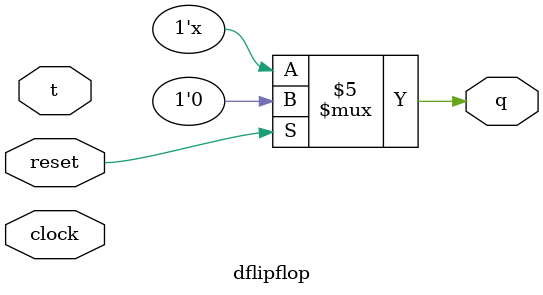
<source format=v>
`timescale 1ns / 1ps


module flop(input      clk,
            input      [3:0] d,
            output reg [3:0] q);
            
  always @ (posedge clk)
    q <= d;                //"q obtiene d"
endmodule

module dflipflop (input t,input clock,input reset,output reg [0:0]  q);
    always @ (clock)
    begin
    if (t) q <= ~q;
    if (reset) q <= 0; // latch is transparent when
// clock is 1
    end
endmodule
</source>
